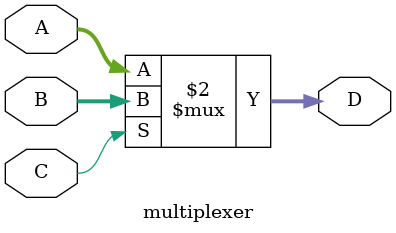
<source format=v>
module multiplexer(A, B, C, D);
   input [3:0] A, B;
   input       C;
   output [3:0] D;

   assign D = ( C == 1'b0) ? A: B;

endmodule // multiplexer


</source>
